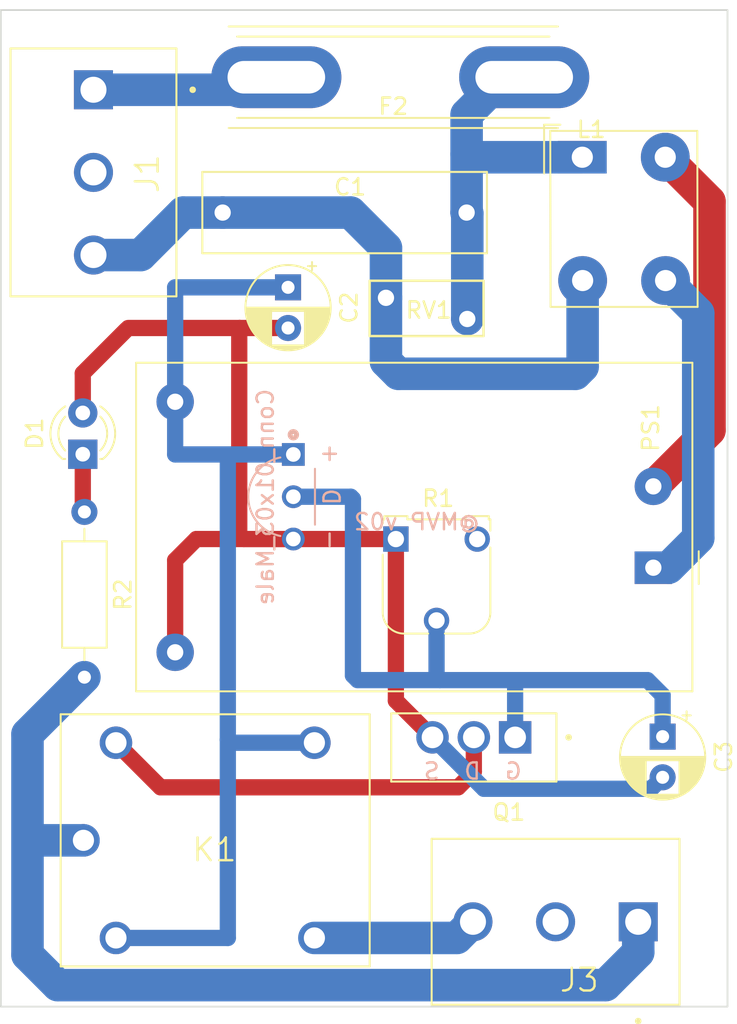
<source format=kicad_pcb>
(kicad_pcb (version 20211014) (generator pcbnew)
  (title_block (title "detecteur de presence") (date "2023-08-16") (rev "v01") (company "MVP"))
  (layers (0 "F.Cu" signal) (31 "B.Cu" signal) (34 "B.Paste" user) (35 "F.Paste" user) (36 "B.SilkS" user "B.Silkscreen") (37 "F.SilkS" user "F.Silkscreen") (38 "B.Mask" user) (39 "F.Mask" user) (44 "Edge.Cuts" user))
  (net 0 "")
  (net 1 "Net-(C1-Pad1)")
  (net 2 "Net-(C1-Pad2)")
  (net 3 "VCC")
  (net 4 "GND")
  (net 5 "Net-(C3-Pad1)")
  (net 6 "Net-(F2-Pad1)")
  (net 9 "Net-(J3-Pad3)")
  (net 10 "Net-(K1-PadCOIL2)")
  (net 11 "Net-(L1-Pad2)")
  (net 12 "Net-(L1-Pad4)")
  (net 13 "Net-(D1-Pad2)")
  (net 14 "Net-(J3-Pad1)")
  (footprint "Potentiometer_THT:Potentiometer_Runtron_RM-065_Vertical" (layer "F.Cu") (at 127.29 106.52)
    (fp_text reference "R1" (at 2.6 -2.5) (layer "F.SilkS"))
    (fp_text value "100 - 200 kOhms")
    (fp_line (start -0.71 -1.41) (end 0.71 -1.41) (layer "F.SilkS") (width 0.12))
    (fp_line (start -0.81 -1.21) (end -0.81 -0.96) (layer "F.SilkS") (width 0.12))
    (fp_line (start 1.99 5.81) (end 0.5 5.81) (layer "F.SilkS") (width 0.12))
    (fp_line (start -0.71 -1.41) (end -0.71 -1.21) (layer "F.SilkS") (width 0.12))
    (fp_line (start 5.81 0.52) (end 5.81 4.5) (layer "F.SilkS") (width 0.12))
    (fp_line (start 5.81 -1.21) (end 5.81 -0.52) (layer "F.SilkS") (width 0.12))
    (fp_line (start 4.29 -1.41) (end 5.71 -1.41) (layer "F.SilkS") (width 0.12))
    (fp_line (start 4.5 5.81) (end 3.01 5.81) (layer "F.SilkS") (width 0.12))
    (fp_line (start -0.71 -1.21) (end -0.81 -1.21) (layer "F.SilkS") (width 0.12))
    (fp_line (start 5.71 -1.21) (end 5.81 -1.21) (layer "F.SilkS") (width 0.12))
    (fp_line (start -0.81 4.5) (end -0.81 0.96) (layer "F.SilkS") (width 0.12))
    (fp_line (start 4.29 -1.21) (end 4.29 -1.41) (layer "F.SilkS") (width 0.12))
    (fp_line (start 5.71 -1.41) (end 5.71 -1.21) (layer "F.SilkS") (width 0.12))
    (fp_line (start 0.71 -1.21) (end 4.29 -1.21) (layer "F.SilkS") (width 0.12))
    (fp_line (start 0.71 -1.21) (end 0.71 -1.41) (layer "F.SilkS") (width 0.12))
    (fp_arc (start 5.81 4.5) (mid 5.42631 5.42631) (end 4.5 5.81) (layer "F.SilkS") (width 0.12))
    (fp_arc (start 0.5 5.81) (mid -0.42631 5.42631) (end -0.81 4.5) (layer "F.SilkS") (width 0.12))
    (pad "1" thru_hole rect (at 0 0) (size 1.56 1.56) (drill 1) (layers *.Cu *.Mask) (net 4 "GND"))
    (pad "2" thru_hole circle (at 2.5 5) (size 1.56 1.56) (drill 1) (layers *.Cu *.Mask) (net 5 "Net-(C3-Pad1)"))
    (pad "3" thru_hole circle (at 5 0) (size 1.56 1.56) (drill 1) (layers *.Cu *.Mask))
  )
  (footprint "Inductor_THT:Choke_Schaffner_RN202-04-8.8x18.2mm" (layer "F.Cu") (at 138.7725 75.4275)
    (fp_text reference "L1" (at 0.5275 5.9175) (layer "F.SilkS"))
    (fp_text value "SCR47-350-1R6C016J")
    (fp_line (start -2.37 5.62) (end -1.37 5.62) (layer "F.SilkS") (width 0.12))
    (fp_line (start -1.97 16.82) (end -1.99 6) (layer "F.SilkS") (width 0.12))
    (fp_line (start 7.07 16.82) (end -1.97 16.82) (layer "F.SilkS") (width 0.12))
    (fp_line (start -2.37 5.62) (end -2.37 8.62) (layer "F.SilkS") (width 0.12))
    (fp_line (start 7.05 6) (end 7.07 16.82) (layer "F.SilkS") (width 0.12))
    (fp_line (start -1.99 6) (end 7.05 6) (layer "F.SilkS") (width 0.12))
    (pad "1" thru_hole rect (at -0.02 7.62) (size 3 2) (drill 1.3) (layers *.Cu *.Mask) (net 2 "Net-(C1-Pad2)"))
    (pad "2" thru_hole circle (at 5.08 7.62) (size 3 3) (drill 1.3) (layers *.Cu *.Mask) (net 11 "Net-(L1-Pad2)"))
    (pad "3" thru_hole circle (at 0 15.2) (size 3 3) (drill 1.3) (layers *.Cu *.Mask) (net 1 "Net-(C1-Pad1)"))
    (pad "4" thru_hole circle (at 5.1 15.2) (size 3 3) (drill 1.3) (layers *.Cu *.Mask) (net 12 "Net-(L1-Pad4)"))
  )
  (footprint "TB004-3BE:CUI_TB004-508-03BE" (layer "F.Cu") (at 142.19 130.0475 180)
    (fp_text reference "J3" (at 3.62 -3.5825) (layer "F.SilkS") (effects (font (size 1.4 1.4))))
    (fp_text value "TB004-508-03BE")
    (fp_line (start -2.54 5.1) (end -2.54 -5.1) (layer "F.SilkS") (width 0.127))
    (fp_line (start 12.7 -5.1) (end 12.7 5.1) (layer "F.SilkS") (width 0.127))
    (fp_line (start 12.7 5.1) (end -2.54 5.1) (layer "F.SilkS") (width 0.127))
    (fp_line (start -2.54 -5.1) (end 12.7 -5.1) (layer "F.SilkS") (width 0.127))
    (fp_circle (center 0 -6.1) (end 0.1 -6.1) (layer "F.SilkS") (width 0.2) (fill none))
    (pad "1" thru_hole rect locked (at 0 0 180) (size 2.4 2.4) (drill 1.6) (layers *.Cu *.Mask) (net 14 "Net-(J3-Pad1)"))
    (pad "2" thru_hole circle locked (at 5.08 0 180) (size 2.4 2.4) (drill 1.6) (layers *.Cu *.Mask))
    (pad "3" thru_hole circle locked (at 10.16 0 180) (size 2.4 2.4) (drill 1.6) (layers *.Cu *.Mask) (net 9 "Net-(J3-Pad3)"))
  )
  (footprint "JQC-3F-1C-24VDC:RELAY_JQC-3F-1C-24VDC" (layer "F.Cu") (at 116.18 125.04 180)
    (fp_text reference "K1" (at 0.05 -0.58) (layer "F.SilkS") (effects (font (size 1.4 1.4))))
    (fp_text value "JQC-3F-1C-24VDC")
    (fp_line (start 9.5 -7.75) (end 9.5 7.75) (layer "F.SilkS") (width 0.127))
    (fp_line (start -9.5 -7.75) (end 9.5 -7.75) (layer "F.SilkS") (width 0.127))
    (fp_line (start -9.5 7.75) (end -9.5 -7.75) (layer "F.SilkS") (width 0.127))
    (fp_line (start 9.5 7.75) (end -9.5 7.75) (layer "F.SilkS") (width 0.127))
    (pad "COIL1" thru_hole circle locked (at 6.1 -6 180) (size 2 2) (drill 1.3) (layers *.Cu *.Mask) (net 3 "VCC"))
    (pad "COIL2" thru_hole circle locked (at 6.1 6 180) (size 2 2) (drill 1.3) (layers *.Cu *.Mask) (net 10 "Net-(K1-PadCOIL2)"))
    (pad "COM" thru_hole circle locked (at 8.1 0 180) (size 2 2) (drill 1.3) (layers *.Cu *.Mask) (net 14 "Net-(J3-Pad1)"))
    (pad "NC" thru_hole circle locked (at -6.1 6 180) (size 2 2) (drill 1.3) (layers *.Cu *.Mask) (net 3 "VCC"))
    (pad "NO" thru_hole circle locked (at -6.1 -6 180) (size 1.95 1.95) (drill 1.3) (layers *.Cu *.Mask) (net 9 "Net-(J3-Pad3)"))
  )
  (footprint "Capacitor_THT:CP_Radial_D5.0mm_P2.50mm" (layer "F.Cu") (at 143.69 118.664888 -90)
    (fp_text reference "C3" (at 1.25 -3.75 90) (layer "F.SilkS"))
    (fp_text value "1mf")
    (fp_line (start 2.491 1.04) (end 2.491 2.268) (layer "F.SilkS") (width 0.12))
    (fp_line (start 3.251 -1.653) (end 3.251 -1.04) (layer "F.SilkS") (width 0.12))
    (fp_line (start 1.73 -2.536) (end 1.73 -1.04) (layer "F.SilkS") (width 0.12))
    (fp_line (start 1.77 1.04) (end 1.77 2.528) (layer "F.SilkS") (width 0.12))
    (fp_line (start 2.851 -2.035) (end 2.851 -1.04) (layer "F.SilkS") (width 0.12))
    (fp_line (start 2.131 1.04) (end 2.131 2.428) (layer "F.SilkS") (width 0.12))
    (fp_line (start 2.251 -2.382) (end 2.251 -1.04) (layer "F.SilkS") (width 0.12))
    (fp_line (start 3.211 -1.699) (end 3.211 -1.04) (layer "F.SilkS") (width 0.12))
    (fp_line (start 1.81 1.04) (end 1.81 2.52) (layer "F.SilkS") (width 0.12))
    (fp_line (start 2.091 1.04) (end 2.091 2.442) (layer "F.SilkS") (width 0.12))
    (fp_line (start 1.53 1.04) (end 1.53 2.565) (layer "F.SilkS") (width 0.12))
    (fp_line (start 2.571 1.04) (end 2.571 2.224) (layer "F.SilkS") (width 0.12))
    (fp_line (start 3.851 -0.284) (end 3.851 0.284) (layer "F.SilkS") (width 0.12))
    (fp_line (start 1.25 -2.58) (end 1.25 2.58) (layer "F.SilkS") (width 0.12))
    (fp_line (start 3.091 1.04) (end 3.091 1.826) (layer "F.SilkS") (width 0.12))
    (fp_line (start 1.85 1.04) (end 1.85 2.511) (layer "F.SilkS") (width 0.12))
    (fp_line (start 3.051 1.04) (end 3.051 1.864) (layer "F.SilkS") (width 0.12))
    (fp_line (start 3.011 -1.901) (end 3.011 -1.04) (layer "F.SilkS") (width 0.12))
    (fp_line (start 1.29 -2.58) (end 1.29 2.58) (layer "F.SilkS") (width 0.12))
    (fp_line (start 3.291 -1.605) (end 3.291 -1.04) (layer "F.SilkS") (width 0.12))
    (fp_line (start 2.611 1.04) (end 2.611 2.2) (layer "F.SilkS") (width 0.12))
    (fp_line (start 2.891 1.04) (end 2.891 2.004) (layer "F.SilkS") (width 0.12))
    (fp_line (start 2.171 -2.414) (end 2.171 -1.04) (layer "F.SilkS") (width 0.12))
    (fp_line (start 2.851 1.04) (end 2.851 2.035) (layer "F.SilkS") (width 0.12))
    (fp_line (start 3.331 1.04) (end 3.331 1.554) (layer "F.SilkS") (width 0.12))
    (fp_line (start 2.211 -2.398) (end 2.211 -1.04) (layer "F.SilkS") (width 0.12))
    (fp_line (start 2.411 1.04) (end 2.411 2.31) (layer "F.SilkS") (width 0.12))
    (fp_line (start -1.304775 -1.725) (end -1.304775 -1.225) (layer "F.SilkS") (width 0.12))
    (fp_line (start 1.49 -2.569) (end 1.49 -1.04) (layer "F.SilkS") (width 0.12))
    (fp_line (start 2.131 -2.428) (end 2.131 -1.04) (layer "F.SilkS") (width 0.12))
    (fp_line (start 2.491 -2.268) (end 2.491 -1.04) (layer "F.SilkS") (width 0.12))
    (fp_line (start 1.85 -2.511) (end 1.85 -1.04) (layer "F.SilkS") (width 0.12))
    (fp_line (start 2.451 -2.29) (end 2.451 -1.04) (layer "F.SilkS") (width 0.12))
    (fp_line (start 1.45 -2.573) (end 1.45 2.573) (layer "F.SilkS") (width 0.12))
    (fp_line (start 1.73 1.04) (end 1.73 2.536) (layer "F.SilkS") (width 0.12))
    (fp_line (start 2.011 1.04) (end 2.011 2.468) (layer "F.SilkS") (width 0.12))
    (fp_line (start 2.531 1.04) (end 2.531 2.247) (layer "F.SilkS") (width 0.12))
    (fp_line (start 3.171 -1.743) (end 3.171 -1.04) (layer "F.SilkS") (width 0.12))
    (fp_line (start 2.051 1.04) (end 2.051 2.455) (layer "F.SilkS") (width 0.12))
    (fp_line (start 2.931 1.04) (end 2.931 1.971) (layer "F.SilkS") (width 0.12))
    (fp_line (start 3.211 1.04) (end 3.211 1.699) (layer "F.SilkS") (width 0.12))
    (fp_line (start 3.011 1.04) (end 3.011 1.901) (layer "F.SilkS") (width 0.12))
    (fp_line (start 2.331 -2.348) (end 2.331 -1.04) (layer "F.SilkS") (width 0.12))
    (fp_line (start 3.451 1.04) (end 3.451 1.383) (layer "F.SilkS") (width 0.12))
    (fp_line (start 1.57 1.04) (end 1.57 2.561) (layer "F.SilkS") (width 0.12))
    (fp_line (start 1.65 1.04) (end 1.65 2.55) (layer "F.SilkS") (width 0.12))
    (fp_line (start 3.411 1.04) (end 3.411 1.443) (layer "F.SilkS") (width 0.12))
    (fp_line (start 3.531 1.04) (end 3.531 1.251) (layer "F.SilkS") (width 0.12))
    (fp_line (start 2.691 -2.149) (end 2.691 -1.04) (layer "F.SilkS") (width 0.12))
    (fp_line (start 2.771 1.04) (end 2.771 2.095) (layer "F.SilkS") (width 0.12))
    (fp_line (start 2.451 1.04) (end 2.451 2.29) (layer "F.SilkS") (width 0.12))
    (fp_line (start 3.731 -0.805) (end 3.731 0.805) (layer "F.SilkS") (width 0.12))
    (fp_line (start 1.81 -2.52) (end 1.81 -1.04) (layer "F.SilkS") (width 0.12))
    (fp_line (start 3.371 -1.5) (end 3.371 -1.04) (layer "F.SilkS") (width 0.12))
    (fp_line (start 3.331 -1.554) (end 3.331 -1.04) (layer "F.SilkS") (width 0.12))
    (fp_line (start 2.731 1.04) (end 2.731 2.122) (layer "F.SilkS") (width 0.12))
    (fp_line (start 1.971 1.04) (end 1.971 2.48) (layer "F.SilkS") (width 0.12))
    (fp_line (start 2.811 -2.065) (end 2.811 -1.04) (layer "F.SilkS") (width 0.12))
    (fp_line (start 3.531 -1.251) (end 3.531 -1.04) (layer "F.SilkS") (width 0.12))
    (fp_line (start 1.65 -2.55) (end 1.65 -1.04) (layer "F.SilkS") (width 0.12))
    (fp_line (start 3.171 1.04) (end 3.171 1.743) (layer "F.SilkS") (width 0.12))
    (fp_line (start 2.211 1.04) (end 2.211 2.398) (layer "F.SilkS") (width 0.12))
    (fp_line (start 3.051 -1.864) (end 3.051 -1.04) (layer "F.SilkS") (width 0.12))
    (fp_line (start 3.611 -1.098) (end 3.611 1.098) (layer "F.SilkS") (width 0.12))
    (fp_line (start 1.89 -2.501) (end 1.89 -1.04) (layer "F.SilkS") (width 0.12))
    (fp_line (start 2.571 -2.224) (end 2.571 -1.04) (layer "F.SilkS") (width 0.12))
    (fp_line (start 3.411 -1.443) (end 3.411 -1.04) (layer "F.SilkS") (width 0.12))
    (fp_line (start 3.651 -1.011) (end 3.651 1.011) (layer "F.SilkS") (width 0.12))
    (fp_line (start 2.971 1.04) (end 2.971 1.937) (layer "F.SilkS") (width 0.12))
    (fp_line (start 2.731 -2.122) (end 2.731 -1.04) (layer "F.SilkS") (width 0.12))
    (fp_line (start 3.691 -0.915) (end 3.691 0.915) (layer "F.SilkS") (width 0.12))
    (fp_line (start -1.554775 -1.475) (end -1.054775 -1.475) (layer "F.SilkS") (width 0.12))
    (fp_line (start 1.53 -2.565) (end 1.53 -1.04) (layer "F.SilkS") (width 0.12))
    (fp_line (start 3.091 -1.826) (end 3.091 -1.04) (layer "F.SilkS") (width 0.12))
    (fp_line (start 2.171 1.04) (end 2.171 2.414) (layer "F.SilkS") (width 0.12))
    (fp_line (start 2.291 1.04) (end 2.291 2.365) (layer "F.SilkS") (width 0.12))
    (fp_line (start 1.61 -2.556) (end 1.61 -1.04) (layer "F.SilkS") (width 0.12))
    (fp_line (start 2.291 -2.365) (end 2.291 -1.04) (layer "F.SilkS") (width 0.12))
    (fp_line (start 1.89 1.04) (end 1.89 2.501) (layer "F.SilkS") (width 0.12))
    (fp_line (start 1.77 -2.528) (end 1.77 -1.04) (layer "F.SilkS") (width 0.12))
    (fp_line (start 3.451 -1.383) (end 3.451 -1.04) (layer "F.SilkS") (width 0.12))
    (fp_line (start 2.931 -1.971) (end 2.931 -1.04) (layer "F.SilkS") (width 0.12))
    (fp_line (start 2.651 -2.175) (end 2.651 -1.04) (layer "F.SilkS") (width 0.12))
    (fp_line (start 3.131 -1.785) (end 3.131 -1.04) (layer "F.SilkS") (width 0.12))
    (fp_line (start 2.891 -2.004) (end 2.891 -1.04) (layer "F.SilkS") (width 0.12))
    (fp_line (start 3.291 1.04) (end 3.291 1.605) (layer "F.SilkS") (width 0.12))
    (fp_line (start 1.971 -2.48) (end 1.971 -1.04) (layer "F.SilkS") (width 0.12))
    (fp_line (start 1.93 -2.491) (end 1.93 -1.04) (layer "F.SilkS") (width 0.12))
    (fp_line (start 2.411 -2.31) (end 2.411 -1.04) (layer "F.SilkS") (width 0.12))
    (fp_line (start 2.371 -2.329) (end 2.371 -1.04) (layer "F.SilkS") (width 0.12))
    (fp_line (start 1.93 1.04) (end 1.93 2.491) (layer "F.SilkS") (width 0.12))
    (fp_line (start 2.771 -2.095) (end 2.771 -1.04) (layer "F.SilkS") (width 0.12))
    (fp_line (start 3.811 -0.518) (end 3.811 0.518) (layer "F.SilkS") (width 0.12))
    (fp_line (start 1.33 -2.579) (end 1.33 2.579) (layer "F.SilkS") (width 0.12))
    (fp_line (start 3.571 -1.178) (end 3.571 1.178) (layer "F.SilkS") (width 0.12))
    (fp_line (start 2.091 -2.442) (end 2.091 -1.04) (layer "F.SilkS") (width 0.12))
    (fp_line (start 2.651 1.04) (end 2.651 2.175) (layer "F.SilkS") (width 0.12))
    (fp_line (start 2.331 1.04) (end 2.331 2.348) (layer "F.SilkS") (width 0.12))
    (fp_line (start 2.251 1.04) (end 2.251 2.382) (layer "F.SilkS") (width 0.12))
    (fp_line (start 3.491 -1.319) (end 3.491 -1.04) (layer "F.SilkS") (width 0.12))
    (fp_line (start 3.371 1.04) (end 3.371 1.5) (layer "F.SilkS") (width 0.12))
    (fp_line (start 2.691 1.04) (end 2.691 2.149) (layer "F.SilkS") (width 0.12))
    (fp_line (start 3.771 -0.677) (end 3.771 0.677) (layer "F.SilkS") (width 0.12))
    (fp_line (start 2.611 -2.2) (end 2.611 -1.04) (layer "F.SilkS") (width 0.12))
    (fp_line (start 2.371 1.04) (end 2.371 2.329) (layer "F.SilkS") (width 0.12))
    (fp_line (start 3.251 1.04) (end 3.251 1.653) (layer "F.SilkS") (width 0.12))
    (fp_line (start 3.131 1.04) (end 3.131 1.785) (layer "F.SilkS") (width 0.12))
    (fp_line (start 2.011 -2.468) (end 2.011 -1.04) (layer "F.SilkS") (width 0.12))
    (fp_line (start 2.971 -1.937) (end 2.971 -1.04) (layer "F.SilkS") (width 0.12))
    (fp_line (start 1.57 -2.561) (end 1.57 -1.04) (layer "F.SilkS") (width 0.12))
    (fp_line (start 1.69 1.04) (end 1.69 2.543) (layer "F.SilkS") (width 0.12))
    (fp_line (start 2.811 1.04) (end 2.811 2.065) (layer "F.SilkS") (width 0.12))
    (fp_line (start 1.49 1.04) (end 1.49 2.569) (layer "F.SilkS") (width 0.12))
    (fp_line (start 1.69 -2.543) (end 1.69 -1.04) (layer "F.SilkS") (width 0.12))
    (fp_line (start 2.531 -2.247) (end 2.531 -1.04) (layer "F.SilkS") (width 0.12))
    (fp_line (start 2.051 -2.455) (end 2.051 -1.04) (layer "F.SilkS") (width 0.12))
    (fp_line (start 1.61 1.04) (end 1.61 2.556) (layer "F.SilkS") (width 0.12))
    (fp_line (start 1.37 -2.578) (end 1.37 2.578) (layer "F.SilkS") (width 0.12))
    (fp_line (start 1.41 -2.576) (end 1.41 2.576) (layer "F.SilkS") (width 0.12))
    (fp_line (start 3.491 1.04) (end 3.491 1.319) (layer "F.SilkS") (width 0.12))
    (fp_circle (center 1.25 0) (end 3.87 0) (layer "F.SilkS") (width 0.12) (fill none))
    (pad "1" thru_hole rect (at 0 0 270) (size 1.6 1.6) (drill 0.8) (layers *.Cu *.Mask) (net 5 "Net-(C3-Pad1)"))
    (pad "2" thru_hole circle (at 2.5 0 270) (size 1.6 1.6) (drill 0.8) (layers *.Cu *.Mask) (net 4 "GND"))
  )
  (footprint "Varistor:RV_Disc_D7mm_W3.4mm_P5mm" (layer "F.Cu") (at 126.68 91.69)
    (fp_text reference "RV1" (at 2.63 0.76) (layer "F.SilkS"))
    (fp_text value "10D561k")
    (fp_line (start -1 2.35) (end 6 2.35) (layer "F.SilkS") (width 0.15))
    (fp_line (start 6 -1.05) (end 6 2.35) (layer "F.SilkS") (width 0.15))
    (fp_line (start -1 -1.05) (end 6 -1.05) (layer "F.SilkS") (width 0.15))
    (fp_line (start -1 -1.05) (end -1 2.35) (layer "F.SilkS") (width 0.15))
    (pad "1" thru_hole circle (at 0 0) (size 2 2) (drill 1) (layers *.Cu *.Mask) (net 1 "Net-(C1-Pad1)"))
    (pad "2" thru_hole circle (at 5 1.3) (size 2 2) (drill 1) (layers *.Cu *.Mask "F.Adhes") (net 2 "Net-(C1-Pad2)"))
  )
  (footprint "LED_THT:LED_D3.0mm" (layer "F.Cu") (at 108.04 101.305 90)
    (fp_text reference "D1" (at 1.27 -2.96 90) (layer "F.SilkS"))
    (fp_text value "LED")
    (fp_line (start -0.29 1.08) (end -0.29 1.236) (layer "F.SilkS") (width 0.12))
    (fp_line (start -0.29 -1.236) (end -0.29 -1.08) (layer "F.SilkS") (width 0.12))
    (fp_arc (start 2.942335 1.078608) (mid 1.366487 1.987659) (end -0.29 1.235516) (layer "F.SilkS") (width 0.12))
    (fp_arc (start -0.29 -1.235516) (mid 1.366487 -1.987659) (end 2.942335 -1.078608) (layer "F.SilkS") (width 0.12))
    (fp_arc (start 0.229039 -1.08) (mid 1.270117 -1.5) (end 2.31113 -1.079837) (layer "F.SilkS") (width 0.12))
    (fp_arc (start 2.31113 1.079837) (mid 1.270117 1.5) (end 0.229039 1.08) (layer "F.SilkS") (width 0.12))
    (pad "1" thru_hole rect (at 0 0 90) (size 1.8 1.8) (drill 0.9) (layers *.Cu *.Mask) (net 4 "GND"))
    (pad "2" thru_hole circle (at 2.54 0 90) (size 1.8 1.8) (drill 0.9) (layers *.Cu *.Mask) (net 13 "Net-(D1-Pad2)"))
  )
  (footprint "TB004-3BE:CUI_TB004-508-03BE" (layer "F.Cu") (at 108.6975 78.9 -90)
    (fp_text reference "J1" (at 5.16 -3.3025 90) (layer "F.SilkS") (effects (font (size 1.4 1.4))))
    (fp_text value "TB004-508-03BE")
    (fp_line (start -2.54 5.1) (end -2.54 -5.1) (layer "F.SilkS") (width 0.127))
    (fp_line (start 12.7 5.1) (end -2.54 5.1) (layer "F.SilkS") (width 0.127))
    (fp_line (start -2.54 -5.1) (end 12.7 -5.1) (layer "F.SilkS") (width 0.127))
    (fp_line (start 12.7 -5.1) (end 12.7 5.1) (layer "F.SilkS") (width 0.127))
    (fp_circle (center 0 -6.1) (end 0.1 -6.1) (layer "F.SilkS") (width 0.2) (fill none))
    (pad "1" thru_hole rect locked (at 0 0 270) (size 2.4 2.4) (drill 1.6) (layers *.Cu *.Mask) (net 6 "Net-(F2-Pad1)"))
    (pad "2" thru_hole circle locked (at 5.08 0 270) (size 2.4 2.4) (drill 1.6) (layers *.Cu *.Mask))
    (pad "3" thru_hole circle locked (at 10.16 0 270) (size 2.4 2.4) (drill 1.6) (layers *.Cu *.Mask) (net 1 "Net-(C1-Pad1)"))
  )
  (footprint "Fuse:Fuse_Blade_ATO_directSolder" (layer "F.Cu") (at 122.48 78.13)
    (fp_text reference "F2" (at 4.65 1.79) (layer "F.SilkS"))
    (fp_text value "Fuse")
    (fp_line (start -4.95 -2.5) (end 14.25 -2.5) (layer "F.SilkS") (width 0.12))
    (fp_line (start 14.77 3.12) (end -5.47 3.12) (layer "F.SilkS") (width 0.12))
    (fp_line (start 14.25 2.5) (end -4.95 2.5) (layer "F.SilkS") (width 0.12))
    (fp_line (start -5.47 -3.12) (end 14.77 -3.12) (layer "F.SilkS") (width 0.12))
    (pad "1" thru_hole oval (at -2.54 0) (size 8 3.8) (drill oval 6 2) (layers *.Cu *.Mask) (net 6 "Net-(F2-Pad1)"))
    (pad "2" thru_hole oval (at 12.7 0) (size 8 3.8) (drill oval 6 2) (layers *.Cu *.Mask) (net 2 "Net-(C1-Pad2)"))
  )
  (footprint "Capacitor_THT:CP_Radial_D5.0mm_P2.50mm" (layer "F.Cu") (at 120.66 91.044888 -90)
    (fp_text reference "C2" (at 1.25 -3.75 90) (layer "F.SilkS"))
    (fp_text value "220uF")
    (fp_line (start 1.49 -2.569) (end 1.49 -1.04) (layer "F.SilkS") (width 0.12))
    (fp_line (start 3.371 1.04) (end 3.371 1.5) (layer "F.SilkS") (width 0.12))
    (fp_line (start 2.091 -2.442) (end 2.091 -1.04) (layer "F.SilkS") (width 0.12))
    (fp_line (start 3.051 -1.864) (end 3.051 -1.04) (layer "F.SilkS") (width 0.12))
    (fp_line (start 1.57 1.04) (end 1.57 2.561) (layer "F.SilkS") (width 0.12))
    (fp_line (start 2.131 1.04) (end 2.131 2.428) (layer "F.SilkS") (width 0.12))
    (fp_line (start 2.931 -1.971) (end 2.931 -1.04) (layer "F.SilkS") (width 0.12))
    (fp_line (start 2.411 1.04) (end 2.411 2.31) (layer "F.SilkS") (width 0.12))
    (fp_line (start 2.651 1.04) (end 2.651 2.175) (layer "F.SilkS") (width 0.12))
    (fp_line (start 2.931 1.04) (end 2.931 1.971) (layer "F.SilkS") (width 0.12))
    (fp_line (start 1.971 -2.48) (end 1.971 -1.04) (layer "F.SilkS") (width 0.12))
    (fp_line (start 3.211 -1.699) (end 3.211 -1.04) (layer "F.SilkS") (width 0.12))
    (fp_line (start 1.81 1.04) (end 1.81 2.52) (layer "F.SilkS") (width 0.12))
    (fp_line (start 3.411 1.04) (end 3.411 1.443) (layer "F.SilkS") (width 0.12))
    (fp_line (start 1.81 -2.52) (end 1.81 -1.04) (layer "F.SilkS") (width 0.12))
    (fp_line (start 3.771 -0.677) (end 3.771 0.677) (layer "F.SilkS") (width 0.12))
    (fp_line (start 2.371 1.04) (end 2.371 2.329) (layer "F.SilkS") (width 0.12))
    (fp_line (start 3.491 -1.319) (end 3.491 -1.04) (layer "F.SilkS") (width 0.12))
    (fp_line (start 3.611 -1.098) (end 3.611 1.098) (layer "F.SilkS") (width 0.12))
    (fp_line (start 1.73 -2.536) (end 1.73 -1.04) (layer "F.SilkS") (width 0.12))
    (fp_line (start 2.531 -2.247) (end 2.531 -1.04) (layer "F.SilkS") (width 0.12))
    (fp_line (start -1.554775 -1.475) (end -1.054775 -1.475) (layer "F.SilkS") (width 0.12))
    (fp_line (start 3.331 -1.554) (end 3.331 -1.04) (layer "F.SilkS") (width 0.12))
    (fp_line (start 2.291 -2.365) (end 2.291 -1.04) (layer "F.SilkS") (width 0.12))
    (fp_line (start 2.091 1.04) (end 2.091 2.442) (layer "F.SilkS") (width 0.12))
    (fp_line (start 2.491 -2.268) (end 2.491 -1.04) (layer "F.SilkS") (width 0.12))
    (fp_line (start 2.171 1.04) (end 2.171 2.414) (layer "F.SilkS") (width 0.12))
    (fp_line (start 3.171 1.04) (end 3.171 1.743) (layer "F.SilkS") (width 0.12))
    (fp_line (start 1.57 -2.561) (end 1.57 -1.04) (layer "F.SilkS") (width 0.12))
    (fp_line (start 3.011 1.04) (end 3.011 1.901) (layer "F.SilkS") (width 0.12))
    (fp_line (start 2.731 -2.122) (end 2.731 -1.04) (layer "F.SilkS") (width 0.12))
    (fp_line (start 1.29 -2.58) (end 1.29 2.58) (layer "F.SilkS") (width 0.12))
    (fp_line (start 3.451 -1.383) (end 3.451 -1.04) (layer "F.SilkS") (width 0.12))
    (fp_line (start 2.171 -2.414) (end 2.171 -1.04) (layer "F.SilkS") (width 0.12))
    (fp_line (start 1.25 -2.58) (end 1.25 2.58) (layer "F.SilkS") (width 0.12))
    (fp_line (start 1.37 -2.578) (end 1.37 2.578) (layer "F.SilkS") (width 0.12))
    (fp_line (start 3.691 -0.915) (end 3.691 0.915) (layer "F.SilkS") (width 0.12))
    (fp_line (start 2.971 -1.937) (end 2.971 -1.04) (layer "F.SilkS") (width 0.12))
    (fp_line (start 1.69 1.04) (end 1.69 2.543) (layer "F.SilkS") (width 0.12))
    (fp_line (start 2.851 -2.035) (end 2.851 -1.04) (layer "F.SilkS") (width 0.12))
    (fp_line (start 2.051 -2.455) (end 2.051 -1.04) (layer "F.SilkS") (width 0.12))
    (fp_line (start 3.091 1.04) (end 3.091 1.826) (layer "F.SilkS") (width 0.12))
    (fp_line (start 2.411 -2.31) (end 2.411 -1.04) (layer "F.SilkS") (width 0.12))
    (fp_line (start 2.491 1.04) (end 2.491 2.268) (layer "F.SilkS") (width 0.12))
    (fp_line (start 2.571 -2.224) (end 2.571 -1.04) (layer "F.SilkS") (width 0.12))
    (fp_line (start 2.251 1.04) (end 2.251 2.382) (layer "F.SilkS") (width 0.12))
    (fp_line (start 2.211 1.04) (end 2.211 2.398) (layer "F.SilkS") (width 0.12))
    (fp_line (start 2.771 1.04) (end 2.771 2.095) (layer "F.SilkS") (width 0.12))
    (fp_line (start 2.891 1.04) (end 2.891 2.004) (layer "F.SilkS") (width 0.12))
    (fp_line (start 2.051 1.04) (end 2.051 2.455) (layer "F.SilkS") (width 0.12))
    (fp_line (start 3.411 -1.443) (end 3.411 -1.04) (layer "F.SilkS") (width 0.12))
    (fp_line (start 1.45 -2.573) (end 1.45 2.573) (layer "F.SilkS") (width 0.12))
    (fp_line (start 2.291 1.04) (end 2.291 2.365) (layer "F.SilkS") (width 0.12))
    (fp_line (start 2.771 -2.095) (end 2.771 -1.04) (layer "F.SilkS") (width 0.12))
    (fp_line (start 1.53 -2.565) (end 1.53 -1.04) (layer "F.SilkS") (width 0.12))
    (fp_line (start 2.451 1.04) (end 2.451 2.29) (layer "F.SilkS") (width 0.12))
    (fp_line (start 2.331 1.04) (end 2.331 2.348) (layer "F.SilkS") (width 0.12))
    (fp_line (start 3.171 -1.743) (end 3.171 -1.04) (layer "F.SilkS") (width 0.12))
    (fp_line (start 2.891 -2.004) (end 2.891 -1.04) (layer "F.SilkS") (width 0.12))
    (fp_line (start 1.69 -2.543) (end 1.69 -1.04) (layer "F.SilkS") (width 0.12))
    (fp_line (start 3.571 -1.178) (end 3.571 1.178) (layer "F.SilkS") (width 0.12))
    (fp_line (start 1.65 1.04) (end 1.65 2.55) (layer "F.SilkS") (width 0.12))
    (fp_line (start 2.451 -2.29) (end 2.451 -1.04) (layer "F.SilkS") (width 0.12))
    (fp_line (start 2.811 1.04) (end 2.811 2.065) (layer "F.SilkS") (width 0.12))
    (fp_line (start 1.93 -2.491) (end 1.93 -1.04) (layer "F.SilkS") (width 0.12))
    (fp_line (start 3.811 -0.518) (end 3.811 0.518) (layer "F.SilkS") (width 0.12))
    (fp_line (start 1.93 1.04) (end 1.93 2.491) (layer "F.SilkS") (width 0.12))
    (fp_line (start 1.77 -2.528) (end 1.77 -1.04) (layer "F.SilkS") (width 0.12))
    (fp_line (start 3.011 -1.901) (end 3.011 -1.04) (layer "F.SilkS") (width 0.12))
    (fp_line (start 3.731 -0.805) (end 3.731 0.805) (layer "F.SilkS") (width 0.12))
    (fp_line (start 3.291 1.04) (end 3.291 1.605) (layer "F.SilkS") (width 0.12))
    (fp_line (start 1.53 1.04) (end 1.53 2.565) (layer "F.SilkS") (width 0.12))
    (fp_line (start 2.251 -2.382) (end 2.251 -1.04) (layer "F.SilkS") (width 0.12))
    (fp_line (start 1.41 -2.576) (end 1.41 2.576) (layer "F.SilkS") (width 0.12))
    (fp_line (start 3.491 1.04) (end 3.491 1.319) (layer "F.SilkS") (width 0.12))
    (fp_line (start 2.371 -2.329) (end 2.371 -1.04) (layer "F.SilkS") (width 0.12))
    (fp_line (start 2.611 -2.2) (end 2.611 -1.04) (layer "F.SilkS") (width 0.12))
    (fp_line (start 3.451 1.04) (end 3.451 1.383) (layer "F.SilkS") (width 0.12))
    (fp_line (start 2.691 -2.149) (end 2.691 -1.04) (layer "F.SilkS") (width 0.12))
    (fp_line (start 3.131 1.04) (end 3.131 1.785) (layer "F.SilkS") (width 0.12))
    (fp_line (start 1.89 1.04) (end 1.89 2.501) (layer "F.SilkS") (width 0.12))
    (fp_line (start 2.531 1.04) (end 2.531 2.247) (layer "F.SilkS") (width 0.12))
    (fp_line (start 3.331 1.04) (end 3.331 1.554) (layer "F.SilkS") (width 0.12))
    (fp_line (start 2.131 -2.428) (end 2.131 -1.04) (layer "F.SilkS") (width 0.12))
    (fp_line (start 1.971 1.04) (end 1.971 2.48) (layer "F.SilkS") (width 0.12))
    (fp_line (start 2.731 1.04) (end 2.731 2.122) (layer "F.SilkS") (width 0.12))
    (fp_line (start 1.49 1.04) (end 1.49 2.569) (layer "F.SilkS") (width 0.12))
    (fp_line (start 3.211 1.04) (end 3.211 1.699) (layer "F.SilkS") (width 0.12))
    (fp_line (start 1.61 1.04) (end 1.61 2.556) (layer "F.SilkS") (width 0.12))
    (fp_line (start 3.131 -1.785) (end 3.131 -1.04) (layer "F.SilkS") (width 0.12))
    (fp_line (start 3.091 -1.826) (end 3.091 -1.04) (layer "F.SilkS") (width 0.12))
    (fp_line (start 2.691 1.04) (end 2.691 2.149) (layer "F.SilkS") (width 0.12))
    (fp_line (start 1.33 -2.579) (end 1.33 2.579) (layer "F.SilkS") (width 0.12))
    (fp_line (start 3.531 -1.251) (end 3.531 -1.04) (layer "F.SilkS") (width 0.12))
    (fp_line (start 3.531 1.04) (end 3.531 1.251) (layer "F.SilkS") (width 0.12))
    (fp_line (start 3.251 1.04) (end 3.251 1.653) (layer "F.SilkS") (width 0.12))
    (fp_line (start 1.89 -2.501) (end 1.89 -1.04) (layer "F.SilkS") (width 0.12))
    (fp_line (start 2.611 1.04) (end 2.611 2.2) (layer "F.SilkS") (width 0.12))
    (fp_line (start 1.65 -2.55) (end 1.65 -1.04) (layer "F.SilkS") (width 0.12))
    (fp_line (start 2.331 -2.348) (end 2.331 -1.04) (layer "F.SilkS") (width 0.12))
    (fp_line (start 1.73 1.04) (end 1.73 2.536) (layer "F.SilkS") (width 0.12))
    (fp_line (start 1.61 -2.556) (end 1.61 -1.04) (layer "F.SilkS") (width 0.12))
    (fp_line (start 3.851 -0.284) (end 3.851 0.284) (layer "F.SilkS") (width 0.12))
    (fp_line (start 2.011 1.04) (end 2.011 2.468) (layer "F.SilkS") (width 0.12))
    (fp_line (start 1.77 1.04) (end 1.77 2.528) (layer "F.SilkS") (width 0.12))
    (fp_line (start 2.011 -2.468) (end 2.011 -1.04) (layer "F.SilkS") (width 0.12))
    (fp_line (start 3.051 1.04) (end 3.051 1.864) (layer "F.SilkS") (width 0.12))
    (fp_line (start 3.371 -1.5) (end 3.371 -1.04) (layer "F.SilkS") (width 0.12))
    (fp_line (start 3.291 -1.605) (end 3.291 -1.04) (layer "F.SilkS") (width 0.12))
    (fp_line (start 2.851 1.04) (end 2.851 2.035) (layer "F.SilkS") (width 0.12))
    (fp_line (start 2.211 -2.398) (end 2.211 -1.04) (layer "F.SilkS") (width 0.12))
    (fp_line (start -1.304775 -1.725) (end -1.304775 -1.225) (layer "F.SilkS") (width 0.12))
    (fp_line (start 2.571 1.04) (end 2.571 2.224) (layer "F.SilkS") (width 0.12))
    (fp_line (start 2.971 1.04) (end 2.971 1.937) (layer "F.SilkS") (width 0.12))
    (fp_line (start 2.651 -2.175) (end 2.651 -1.04) (layer "F.SilkS") (width 0.12))
    (fp_line (start 3.251 -1.653) (end 3.251 -1.04) (layer "F.SilkS") (width 0.12))
    (fp_line (start 2.811 -2.065) (end 2.811 -1.04) (layer "F.SilkS") (width 0.12))
    (fp_line (start 1.85 1.04) (end 1.85 2.511) (layer "F.SilkS") (width 0.12))
    (fp_line (start 1.85 -2.511) (end 1.85 -1.04) (layer "F.SilkS") (width 0.12))
    (fp_line (start 3.651 -1.011) (end 3.651 1.011) (layer "F.SilkS") (width 0.12))
    (fp_circle (center 1.25 0) (end 3.87 0) (layer "F.SilkS") (width 0.12) (fill none))
    (pad "1" thru_hole rect (at 0 0 270) (size 1.6 1.6) (drill 0.8) (layers *.Cu *.Mask) (net 3 "VCC"))
    (pad "2" thru_hole circle (at 2.5 0 270) (size 1.6 1.6) (drill 0.8) (layers *.Cu *.Mask) (net 4 "GND"))
  )
  (footprint "Safety Capacitor:CAPRR1500W60L1750T500H1200" (layer "F.Cu") (at 124.14 86.45)
    (fp_text reference "C1" (at 0.33 -1.57) (layer "F.SilkS"))
    (fp_text value "0.1uF/2715Vac")
    (fp_line (start -8.75 2.5) (end 8.75 2.5) (layer "F.SilkS") (width 0.127))
    (fp_line (start 8.75 -2.5) (end 8.75 2.5) (layer "F.SilkS") (width 0.127))
    (fp_line (start -8.75 -2.5) (end -8.75 2.5) (layer "F.SilkS") (width 0.127))
    (fp_line (start -8.75 -2.5) (end 8.75 -2.5) (layer "F.SilkS") (width 0.127))
    (pad "1" thru_hole circle locked (at -7.5 0) (size 2 2) (drill 1) (layers *.Cu *.Mask) (net 1 "Net-(C1-Pad1)"))
    (pad "2" thru_hole circle locked (at 7.5 0) (size 2 2) (drill 1) (layers *.Cu *.Mask) (net 2 "Net-(C1-Pad2)"))
  )
  (footprint "Resistor_THT:R_Axial_DIN0207_L6.3mm_D2.5mm_P10.16mm_Horizontal" (layer "F.Cu") (at 108.14 104.85 -90)
    (fp_text reference "R2" (at 5.08 -2.37 90) (layer "F.SilkS"))
    (fp_text value "220 Ohms")
    (fp_line (start 1.81 -1.37) (end 1.81 1.37) (layer "F.SilkS") (width 0.12))
    (fp_line (start 8.35 -1.37) (end 1.81 -1.37) (layer "F.SilkS") (width 0.12))
    (fp_line (start 9.12 0) (end 8.35 0) (layer "F.SilkS") (width 0.12))
    (fp_line (start 1.04 0) (end 1.81 0) (layer "F.SilkS") (width 0.12))
    (fp_line (start 1.81 1.37) (end 8.35 1.37) (layer "F.SilkS") (width 0.12))
    (fp_line (start 8.35 1.37) (end 8.35 -1.37) (layer "F.SilkS") (width 0.12))
    (pad "1" thru_hole circle (at 0 0 270) (size 1.6 1.6) (drill 0.8) (layers *.Cu *.Mask) (net 13 "Net-(D1-Pad2)"))
    (pad "2" thru_hole oval (at 10.16 0 270) (size 1.6 1.6) (drill 0.8) (layers *.Cu *.Mask) (net 14 "Net-(J3-Pad1)"))
  )
  (footprint "MOSFET:TO254P1016X419X2286-3" (layer "F.Cu") (at 132.0825 118.71 180)
    (fp_text reference "Q1" (at -2.155 -4.6025) (layer "F.SilkS"))
    (fp_text value "IRFZ44N")
    (fp_line (start -5.08 1.4775) (end -5.08 -2.7175) (layer "F.SilkS") (width 0.127))
    (fp_line (start -5.08 -2.7175) (end 5.08 -2.7175) (layer "F.SilkS") (width 0.127))
    (fp_line (start 5.08 1.4775) (end -5.08 1.4775) (layer "F.SilkS") (width 0.127))
    (fp_line (start 5.08 -2.7175) (end 5.08 1.4775) (layer "F.SilkS") (width 0.127))
    (fp_circle (center -5.83 0) (end -5.73 0) (layer "F.SilkS") (width 0.2) (fill none))
    (pad "1" thru_hole rect (at -2.54 0 180) (size 1.995 1.995) (drill 1.33) (layers *.Cu *.Mask) (net 5 "Net-(C3-Pad1)"))
    (pad "2" thru_hole circle (at 0 0 180) (size 1.995 1.995) (drill 1.33) (layers *.Cu *.Mask) (net 10 "Net-(K1-PadCOIL2)"))
    (pad "3" thru_hole circle (at 2.54 0 180) (size 1.995 1.995) (drill 1.33) (layers *.Cu *.Mask) (net 4 "GND"))
  )
  (footprint "Converter_ACDC:Converter_ACDC_HiLink_HLK-PMxx" (layer "F.Cu") (at 143.12 108.28 180)
    (fp_text reference "PS1" (at 0.16 8.59 90) (layer "F.SilkS"))
    (fp_text value "HLK-PM01")
    (fp_line (start -2.79 -1) (end -2.79 1.01) (layer "F.SilkS") (width 0.12))
    (fp_line (start 31.8 -7.6) (end -2.4 -7.6) (layer "F.SilkS") (width 0.12))
    (fp_line (start 31.8 12.6) (end 31.8 -7.6) (layer "F.SilkS") (width 0.12))
    (fp_line (start -2.4 -7.6) (end -2.4 12.6) (layer "F.SilkS") (width 0.12))
    (fp_line (start -2.4 12.6) (end 31.8 12.6) (layer "F.SilkS") (width 0.12))
    (pad "1" thru_hole rect (at 0 0 180) (size 2.3 2) (drill 1) (layers *.Cu *.Mask) (net 12 "Net-(L1-Pad4)"))
    (pad "2" thru_hole circle (at 0 5 180) (size 2.3 2.3) (drill 1) (layers *.Cu *.Mask) (net 11 "Net-(L1-Pad2)"))
    (pad "3" thru_hole circle (at 29.4 -5.2 180) (size 2.3 2.3) (drill 1) (layers *.Cu *.Mask) (net 4 "GND"))
    (pad "4" thru_hole circle (at 29.4 10.2 180) (size 2.3 2.3) (drill 1) (layers *.Cu *.Mask) (net 3 "VCC"))
  )
  (footprint "Transistor NPN:TO-92" (layer "B.Cu") (at 120.985 103.9175 -90)
    (fp_text reference "J2")
    (fp_text value "Conn_01x03_Male" (at 0.02 1.72 90) (layer "B.SilkS") (effects (font (size 1.000457 1.000457)) (justify mirror)))
    (fp_line (start 1.715 -1.33) (end -1.715 -1.33) (layer "B.SilkS") (width 0.127))
    (fp_arc (start 2.4125 0.799999) (mid 0 2.771095) (end -2.4125 0.8) (layer "B.SilkS") (width 0.127))
    (fp_circle (center -3.81 0) (end -3.76 0) (layer "B.SilkS") (width 0.3) (fill none))
    (pad "1" thru_hole rect locked (at -2.6 0 270) (size 1.4 1.4) (drill 0.9) (layers *.Cu *.Mask) (net 3 "VCC"))
    (pad "2" thru_hole circle locked (at 0 0 270) (size 1.4 1.4) (drill 0.9) (layers *.Cu *.Mask) (net 5 "Net-(C3-Pad1)"))
    (pad "3" thru_hole circle locked (at 2.6 0 270) (size 1.4 1.4) (drill 0.9) (layers *.Cu *.Mask) (net 4 "GND"))
  )
  (gr_rect (start 103 74) (end 147.68 135.26) (layer "Edge.Cuts") (width 0.1) (fill none))
  (gr_text "@MVP v02" (at 128.58 105.46) (layer "B.SilkS") (effects (font (size 1 1)) (justify mirror)))
  (gr_text "G  D  S" (at 132.02 120.79) (layer "B.SilkS") (effects (font (size 1 1)) (justify mirror)))
  (gr_text "-  D  +" (at 123.29 103.92 270) (layer "B.SilkS") (effects (font (size 1 1)) (justify mirror)))
  (segment (start 138.6225 90.7775) (end 138.7725 90.6275) (width 2) (layer "F.Cu") (net 1))
  (segment (start 111.6 89.06) (end 114.21 86.45) (width 2) (layer "B.Cu") (net 1))
  (segment (start 138.7725 95.9175) (end 138.7725 90.6275) (width 2) (layer "B.Cu") (net 1))
  (segment (start 124.51 86.45) (end 126.68 88.62) (width 2) (layer "B.Cu") (net 1))
  (segment (start 114.21 86.45) (end 116.64 86.45) (width 2) (layer "B.Cu") (net 1))
  (segment (start 116.64 86.45) (end 124.51 86.45) (width 2) (layer "B.Cu") (net 1))
  (segment (start 127.44 96.36) (end 138.33 96.36) (width 2) (layer "B.Cu") (net 1))
  (segment (start 126.68 95.6) (end 127.44 96.36) (width 2) (layer "B.Cu") (net 1))
  (segment (start 138.33 96.36) (end 138.7725 95.9175) (width 2) (layer "B.Cu") (net 1))
  (segment (start 108.6975 89.06) (end 111.6 89.06) (width 2) (layer "B.Cu") (net 1))
  (segment (start 126.68 88.62) (end 126.68 91.69) (width 2) (layer "B.Cu") (net 1))
  (segment (start 126.68 91.69) (end 126.68 95.6) (width 2) (layer "B.Cu") (net 1))
  (segment (start 133.79 78.27) (end 135.47 78.27) (width 2) (layer "F.Cu") (net 2))
  (segment (start 131.68 86.49) (end 131.68 92.99) (width 2) (layer "B.Cu") (net 2))
  (segment (start 131.8275 83.0475) (end 138.7525 83.0475) (width 2) (layer "B.Cu") (net 2))
  (segment (start 131.64 86.45) (end 131.64 82.86) (width 2) (layer "B.Cu") (net 2))
  (segment (start 131.64 80.42) (end 133.79 78.27) (width 2) (layer "B.Cu") (net 2))
  (segment (start 131.64 86.45) (end 131.68 86.49) (width 2) (layer "B.Cu") (net 2))
  (segment (start 131.64 82.86) (end 131.64 80.42) (width 2) (layer "B.Cu") (net 2))
  (segment (start 116.9575 101.3175) (end 120.985 101.3175) (width 1) (layer "B.Cu") (net 3))
  (segment (start 113.72 101.3175) (end 116.9575 101.3175) (width 1) (layer "B.Cu") (net 3))
  (segment (start 110.08 131.04) (end 116.9575 131.04) (width 1) (layer "B.Cu") (net 3))
  (segment (start 113.72 91.044888) (end 120.66 91.044888) (width 1) (layer "B.Cu") (net 3))
  (segment (start 113.72 98.08) (end 113.72 101.3175) (width 1) (layer "B.Cu") (net 3))
  (segment (start 117.14 119.04) (end 122.28 119.04) (width 1) (layer "B.Cu") (net 3))
  (segment (start 116.9575 131.04) (end 116.9575 118.8575) (width 1) (layer "B.Cu") (net 3))
  (segment (start 116.9575 118.8575) (end 117.14 119.04) (width 1) (layer "B.Cu") (net 3))
  (segment (start 116.9575 118.8575) (end 116.9575 101.3175) (width 1) (layer "B.Cu") (net 3))
  (segment (start 113.72 98.08) (end 113.72 91.044888) (width 1) (layer "B.Cu") (net 3))
  (segment (start 108.04 101.305) (end 108.04 104.75) (width 1) (layer "F.Cu") (net 4))
  (segment (start 115.0225 106.5175) (end 113.72 107.82) (width 1) (layer "F.Cu") (net 4))
  (segment (start 113.8 113.56) (end 113.72 113.48) (width 0.25) (layer "F.Cu") (net 4))
  (segment (start 120.6825 106.5175) (end 120.985 106.5175) (width 0.25) (layer "F.Cu") (net 4))
  (segment (start 110.835112 93.544888) (end 117.685112 93.544888) (width 1) (layer "F.Cu") (net 4))
  (segment (start 110.72 93.65) (end 110.73 93.65) (width 0.25) (layer "F.Cu") (net 4))
  (segment (start 108.04 104.75) (end 108.14 104.85) (width 0.25) (layer "F.Cu") (net 4))
  (segment (start 108.04 98.765) (end 108.04 96.33) (width 1) (layer "F.Cu") (net 4))
  (segment (start 117.685112 93.544888) (end 120.66 93.544888) (width 1) (layer "F.Cu") (net 4))
  (segment (start 127.29 106.52) (end 127.2875 106.5175) (width 1) (layer "F.Cu") (net 4))
  (segment (start 110.73 93.65) (end 110.835112 93.544888) (width 0.25) (layer "F.Cu") (net 4))
  (segment (start 108.04 96.33) (end 110.72 93.65) (width 1) (layer "F.Cu") (net 4))
  (segment (start 127.29 106.52) (end 127.29 116.4575) (width 1) (layer "F.Cu") (net 4))
  (segment (start 127.29 116.4575) (end 129.5425 118.71) (width 1) (layer "F.Cu") (net 4))
  (segment (start 113.72 107.82) (end 113.72 113.48) (width 1) (layer "F.Cu") (net 4))
  (segment (start 117.66 93.57) (end 117.685112 93.544888) (width 1) (layer "F.Cu") (net 4))
  (segment (start 127.2875 106.5175) (end 115.0225 106.5175) (width 1) (layer "F.Cu") (net 4))
  (segment (start 117.9375 106.5175) (end 117.66 106.24) (width 1) (layer "F.Cu") (net 4))
  (segment (start 117.66 106.24) (end 117.66 93.57) (width 1) (layer "F.Cu") (net 4))
  (segment (start 120.985 106.5175) (end 117.9375 106.5175) (width 1) (layer "F.Cu") (net 4))
  (segment (start 129.5425 118.71) (end 132.7025 121.87) (width 1) (layer "B.Cu") (net 4))
  (segment (start 132.7025 121.87) (end 142.984888 121.87) (width 1) (layer "B.Cu") (net 4))
  (segment (start 142.984888 121.87) (end 143.69 121.164888) (width 1) (layer "B.Cu") (net 4))
  (segment (start 124.65 114.9) (end 124.65 104.05) (width 1) (layer "B.Cu") (net 5))
  (segment (start 124.94 115.19) (end 124.65 114.9) (width 1) (layer "B.Cu") (net 5))
  (segment (start 143.69 116.12) (end 143.69 118.664888) (width 1) (layer "B.Cu") (net 5))
  (segment (start 129.79 114.99) (end 129.79 111.52) (width 1) (layer "B.Cu") (net 5))
  (segment (start 134.86 115.19) (end 142.76 115.19) (width 1) (layer "B.Cu") (net 5))
  (segment (start 142.76 115.19) (end 143.69 116.12) (width 1) (layer "B.Cu") (net 5))
  (segment (start 129.99 115.19) (end 129.79 114.99) (width 1) (layer "B.Cu") (net 5))
  (segment (start 124.5175 103.9175) (end 120.985 103.9175) (width 1) (layer "B.Cu") (net 5))
  (segment (start 134.86 115.19) (end 129.99 115.19) (width 1) (layer "B.Cu") (net 5))
  (segment (start 134.86 115.19) (end 134.6225 115.4275) (width 1) (layer "B.Cu") (net 5))
  (segment (start 129.99 115.19) (end 124.94 115.19) (width 1) (layer "B.Cu") (net 5))
  (segment (start 124.65 104.05) (end 124.5175 103.9175) (width 1) (layer "B.Cu") (net 5))
  (segment (start 134.6225 115.4275) (end 134.6225 118.71) (width 1) (layer "B.Cu") (net 5))
  (segment (start 119.6 78.9) (end 120.23 78.27) (width 2) (layer "F.Cu") (net 6))
  (segment (start 108.6975 78.9) (end 119.6 78.9) (width 2) (layer "B.Cu") (net 6))
  (segment (start 122.28 131.04) (end 131.0375 131.04) (width 2) (layer "B.Cu") (net 9))
  (segment (start 131.0375 131.04) (end 132.03 130.0475) (width 2) (layer "B.Cu") (net 9))
  (segment (start 131.12 121.78) (end 132.0825 120.8175) (width 1) (layer "F.Cu") (net 10))
  (segment (start 112.82 121.78) (end 131.12 121.78) (width 1) (layer "F.Cu") (net 10))
  (segment (start 110.08 119.04) (end 112.82 121.78) (width 1) (layer "F.Cu") (net 10))
  (segment (start 132.0825 120.8175) (end 132.0825 118.71) (width 1) (layer "F.Cu") (net 10))
  (segment (start 146.5725 85.7675) (end 146.5725 99.8275) (width 2) (layer "F.Cu") (net 11))
  (segment (start 143.8525 83.0475) (end 146.5725 85.7675) (width 2) (layer "F.Cu") (net 11))
  (segment (start 146.5725 99.8275) (end 143.12 103.28) (width 2) (layer "F.Cu") (net 11))
  (segment (start 144.06 108.28) (end 143.12 108.28) (width 0.25) (layer "B.Cu") (net 12))
  (segment (start 143.8725 90.6275) (end 145.88 92.635) (width 2) (layer "B.Cu") (net 12))
  (segment (start 145.88 106.46) (end 144.06 108.28) (width 2) (layer "B.Cu") (net 12))
  (segment (start 145.88 92.635) (end 145.88 106.46) (width 2) (layer "B.Cu") (net 12))
  (segment (start 106.5 133.94) (end 140.18 133.94) (width 2) (layer "B.Cu") (net 14))
  (segment (start 108.08 125.04) (end 104.88 125.04) (width 2) (layer "B.Cu") (net 14))
  (segment (start 104.64 132.08) (end 106.5 133.94) (width 2) (layer "B.Cu") (net 14))
  (segment (start 104.64 118.51) (end 104.64 132.08) (width 2) (layer "B.Cu") (net 14))
  (segment (start 140.18 133.94) (end 142.19 131.93) (width 2) (layer "B.Cu") (net 14))
  (segment (start 142.19 131.93) (end 142.19 130.0475) (width 2) (layer "B.Cu") (net 14))
  (segment (start 108.14 115.01) (end 104.64 118.51) (width 2) (layer "B.Cu") (net 14))
)
</source>
